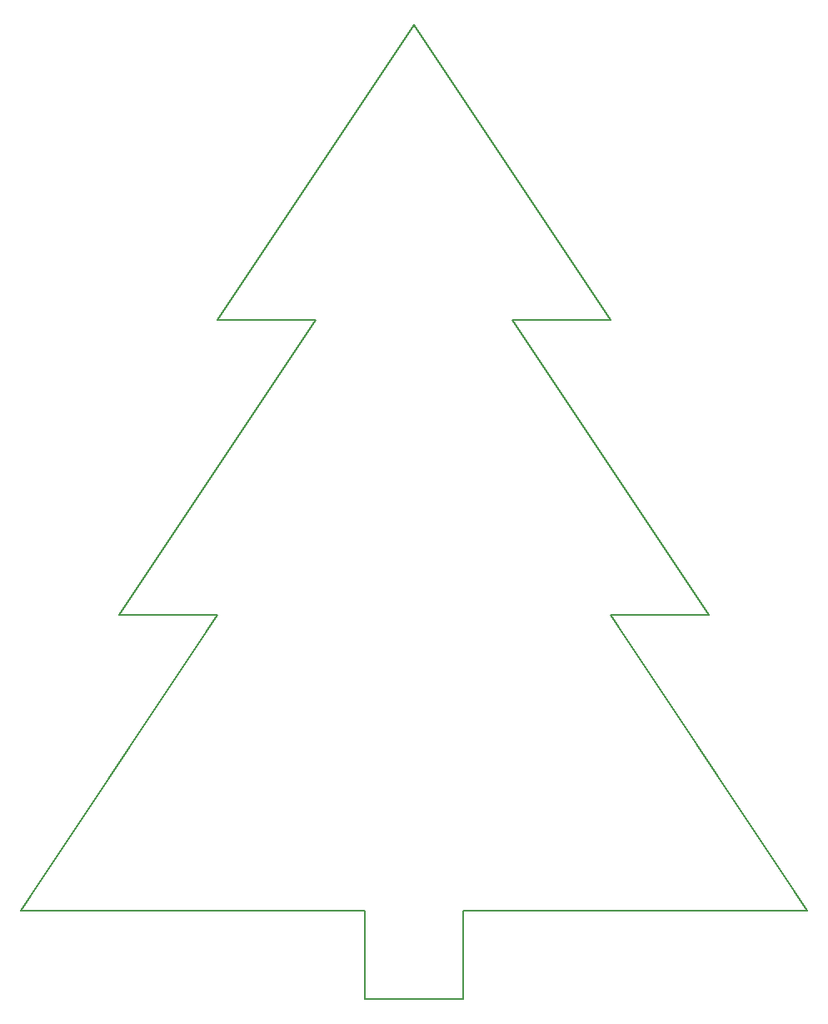
<source format=gm1>
G04 #@! TF.FileFunction,Profile,NP*
%FSLAX46Y46*%
G04 Gerber Fmt 4.6, Leading zero omitted, Abs format (unit mm)*
G04 Created by KiCad (PCBNEW 4.0.7) date Thursday, December 28, 2017 'PMt' 08:09:31 PM*
%MOMM*%
%LPD*%
G01*
G04 APERTURE LIST*
%ADD10C,0.100000*%
%ADD11C,0.150000*%
G04 APERTURE END LIST*
D10*
D11*
X131500000Y-119500000D02*
X131500000Y-110500000D01*
X141500000Y-110500000D02*
X141500000Y-119500000D01*
X176500000Y-110500000D02*
X141500000Y-110500000D01*
X131500000Y-110500000D02*
X96500000Y-110500000D01*
X141500000Y-119500000D02*
X131500000Y-119500000D01*
X116500000Y-80500000D02*
X96500000Y-110500000D01*
X106500000Y-80500000D02*
X116500000Y-80500000D01*
X126500000Y-50500000D02*
X106500000Y-80500000D01*
X116500000Y-50500000D02*
X126500000Y-50500000D01*
X136500000Y-20500000D02*
X116500000Y-50500000D01*
X156500000Y-80500000D02*
X176500000Y-110500000D01*
X166500000Y-80500000D02*
X156500000Y-80500000D01*
X146500000Y-50500000D02*
X166500000Y-80500000D01*
X156500000Y-50500000D02*
X146500000Y-50500000D01*
X136500000Y-20500000D02*
X156500000Y-50500000D01*
M02*

</source>
